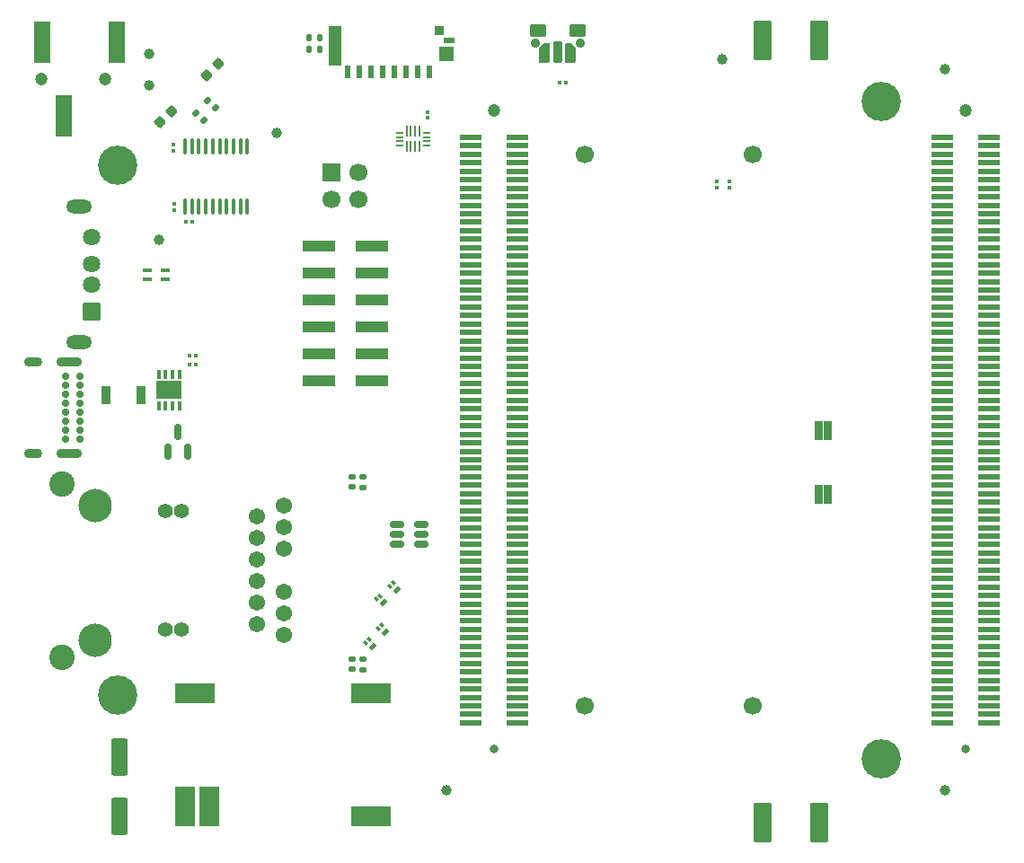
<source format=gbr>
%TF.GenerationSoftware,KiCad,Pcbnew,9.0.3*%
%TF.CreationDate,2025-08-25T11:29:22-05:00*%
%TF.ProjectId,controller,636f6e74-726f-46c6-9c65-722e6b696361,rev?*%
%TF.SameCoordinates,Original*%
%TF.FileFunction,Soldermask,Bot*%
%TF.FilePolarity,Negative*%
%FSLAX46Y46*%
G04 Gerber Fmt 4.6, Leading zero omitted, Abs format (unit mm)*
G04 Created by KiCad (PCBNEW 9.0.3) date 2025-08-25 11:29:22*
%MOMM*%
%LPD*%
G01*
G04 APERTURE LIST*
G04 Aperture macros list*
%AMRoundRect*
0 Rectangle with rounded corners*
0 $1 Rounding radius*
0 $2 $3 $4 $5 $6 $7 $8 $9 X,Y pos of 4 corners*
0 Add a 4 corners polygon primitive as box body*
4,1,4,$2,$3,$4,$5,$6,$7,$8,$9,$2,$3,0*
0 Add four circle primitives for the rounded corners*
1,1,$1+$1,$2,$3*
1,1,$1+$1,$4,$5*
1,1,$1+$1,$6,$7*
1,1,$1+$1,$8,$9*
0 Add four rect primitives between the rounded corners*
20,1,$1+$1,$2,$3,$4,$5,0*
20,1,$1+$1,$4,$5,$6,$7,0*
20,1,$1+$1,$6,$7,$8,$9,0*
20,1,$1+$1,$8,$9,$2,$3,0*%
%AMRotRect*
0 Rectangle, with rotation*
0 The origin of the aperture is its center*
0 $1 length*
0 $2 width*
0 $3 Rotation angle, in degrees counterclockwise*
0 Add horizontal line*
21,1,$1,$2,0,0,$3*%
%AMFreePoly0*
4,1,19,0.434954,0.932520,0.472008,0.881520,0.477000,0.850000,0.477000,-0.850000,0.457520,-0.909954,0.406520,-0.947008,0.375000,-0.952000,-0.375000,-0.952000,-0.434954,-0.932520,-0.472008,-0.881520,-0.477000,-0.850000,-0.477000,0.475000,-0.457520,0.534954,-0.447125,0.547125,-0.072125,0.922125,-0.015956,0.950744,0.000000,0.952000,0.375000,0.952000,0.434954,0.932520,0.434954,0.932520,
$1*%
%AMFreePoly1*
4,1,19,0.059954,0.932520,0.072125,0.922125,0.447125,0.547125,0.475744,0.490956,0.477000,0.475000,0.477000,-0.850000,0.457520,-0.909954,0.406520,-0.947008,0.375000,-0.952000,-0.375000,-0.952000,-0.434954,-0.932520,-0.472008,-0.881520,-0.477000,-0.850000,-0.477000,0.850000,-0.457520,0.909954,-0.406520,0.947008,-0.375000,0.952000,0.000000,0.952000,0.059954,0.932520,0.059954,0.932520,
$1*%
G04 Aperture macros list end*
%ADD10C,0.010000*%
%ADD11R,0.900000X0.400000*%
%ADD12C,3.700000*%
%ADD13RoundRect,0.102000X-0.750000X1.750000X-0.750000X-1.750000X0.750000X-1.750000X0.750000X1.750000X0*%
%ADD14RoundRect,0.102000X0.750000X-1.750000X0.750000X1.750000X-0.750000X1.750000X-0.750000X-1.750000X0*%
%ADD15C,1.700000*%
%ADD16R,0.600000X1.250000*%
%ADD17R,1.200000X3.790000*%
%ADD18R,1.450000X1.400000*%
%ADD19R,1.000000X0.600000*%
%ADD20R,0.950000X0.850000*%
%ADD21RoundRect,0.147500X-0.147500X-0.172500X0.147500X-0.172500X0.147500X0.172500X-0.147500X0.172500X0*%
%ADD22RoundRect,0.040000X-0.140000X-0.120000X0.140000X-0.120000X0.140000X0.120000X-0.140000X0.120000X0*%
%ADD23C,1.000000*%
%ADD24R,3.810000X1.830000*%
%ADD25R,1.830000X3.810000*%
%ADD26RoundRect,0.040000X-0.120000X0.140000X-0.120000X-0.140000X0.120000X-0.140000X0.120000X0.140000X0*%
%ADD27RoundRect,0.147500X-0.172500X0.147500X-0.172500X-0.147500X0.172500X-0.147500X0.172500X0.147500X0*%
%ADD28R,0.203200X1.066800*%
%ADD29R,0.762000X0.203200*%
%ADD30RoundRect,0.225000X-0.017678X0.335876X-0.335876X0.017678X0.017678X-0.335876X0.335876X-0.017678X0*%
%ADD31RoundRect,0.225000X0.017678X-0.335876X0.335876X-0.017678X-0.017678X0.335876X-0.335876X0.017678X0*%
%ADD32C,0.800000*%
%ADD33C,1.200000*%
%ADD34R,2.000000X0.500000*%
%ADD35RoundRect,0.135000X0.226274X0.035355X0.035355X0.226274X-0.226274X-0.035355X-0.035355X-0.226274X0*%
%ADD36RoundRect,0.150000X0.150000X-0.587500X0.150000X0.587500X-0.150000X0.587500X-0.150000X-0.587500X0*%
%ADD37C,0.900000*%
%ADD38FreePoly0,0.000000*%
%ADD39RoundRect,0.102000X-0.300000X-0.900000X0.300000X-0.900000X0.300000X0.900000X-0.300000X0.900000X0*%
%ADD40FreePoly1,0.000000*%
%ADD41RoundRect,0.102000X-0.650000X-0.450000X0.650000X-0.450000X0.650000X0.450000X-0.650000X0.450000X0*%
%ADD42R,1.500000X4.000000*%
%ADD43RoundRect,0.250000X0.550000X-1.500000X0.550000X1.500000X-0.550000X1.500000X-0.550000X-1.500000X0*%
%ADD44C,3.150000*%
%ADD45C,1.545000*%
%ADD46C,1.400000*%
%ADD47C,2.400000*%
%ADD48RoundRect,0.100000X-0.100000X0.637500X-0.100000X-0.637500X0.100000X-0.637500X0.100000X0.637500X0*%
%ADD49RoundRect,0.102000X0.714000X-0.714000X0.714000X0.714000X-0.714000X0.714000X-0.714000X-0.714000X0*%
%ADD50C,1.632000*%
%ADD51O,2.420000X1.312000*%
%ADD52R,0.320000X0.360000*%
%ADD53RotRect,0.250000X0.400000X45.000000*%
%ADD54RotRect,0.400000X0.700000X315.000000*%
%ADD55R,3.150000X1.000000*%
%ADD56R,1.700000X1.700000*%
%ADD57R,0.304800X0.812800*%
%ADD58R,2.489200X1.752600*%
%ADD59RoundRect,0.135000X-0.185000X0.135000X-0.185000X-0.135000X0.185000X-0.135000X0.185000X0.135000X0*%
%ADD60C,0.700000*%
%ADD61O,1.700000X0.900000*%
%ADD62O,2.400000X0.900000*%
%ADD63R,0.860000X1.820000*%
%ADD64RoundRect,0.150000X0.512500X0.150000X-0.512500X0.150000X-0.512500X-0.150000X0.512500X-0.150000X0*%
%ADD65RoundRect,0.135000X0.135000X0.185000X-0.135000X0.185000X-0.135000X-0.185000X0.135000X-0.185000X0*%
G04 APERTURE END LIST*
D10*
%TO.C,U9*%
X39050000Y20050000D02*
X38750000Y20050000D01*
X38750000Y20850000D01*
X39050000Y20850000D01*
X39050000Y20050000D01*
G36*
X39050000Y20050000D02*
G01*
X38750000Y20050000D01*
X38750000Y20850000D01*
X39050000Y20850000D01*
X39050000Y20050000D01*
G37*
X39050000Y19150000D02*
X38750000Y19150000D01*
X38750000Y19950000D01*
X39050000Y19950000D01*
X39050000Y19150000D01*
G36*
X39050000Y19150000D02*
G01*
X38750000Y19150000D01*
X38750000Y19950000D01*
X39050000Y19950000D01*
X39050000Y19150000D01*
G37*
X39450000Y20050000D02*
X39150000Y20050000D01*
X39150000Y20850000D01*
X39450000Y20850000D01*
X39450000Y20050000D01*
G36*
X39450000Y20050000D02*
G01*
X39150000Y20050000D01*
X39150000Y20850000D01*
X39450000Y20850000D01*
X39450000Y20050000D01*
G37*
X39450000Y19150000D02*
X39150000Y19150000D01*
X39150000Y19950000D01*
X39450000Y19950000D01*
X39450000Y19150000D01*
G36*
X39450000Y19150000D02*
G01*
X39150000Y19150000D01*
X39150000Y19950000D01*
X39450000Y19950000D01*
X39450000Y19150000D01*
G37*
X39850000Y20050000D02*
X39550000Y20050000D01*
X39550000Y20850000D01*
X39850000Y20850000D01*
X39850000Y20050000D01*
G36*
X39850000Y20050000D02*
G01*
X39550000Y20050000D01*
X39550000Y20850000D01*
X39850000Y20850000D01*
X39850000Y20050000D01*
G37*
X39850000Y19150000D02*
X39550000Y19150000D01*
X39550000Y19950000D01*
X39850000Y19950000D01*
X39850000Y19150000D01*
G36*
X39850000Y19150000D02*
G01*
X39550000Y19150000D01*
X39550000Y19950000D01*
X39850000Y19950000D01*
X39850000Y19150000D01*
G37*
X40250000Y20050000D02*
X39950000Y20050000D01*
X39950000Y20850000D01*
X40250000Y20850000D01*
X40250000Y20050000D01*
G36*
X40250000Y20050000D02*
G01*
X39950000Y20050000D01*
X39950000Y20850000D01*
X40250000Y20850000D01*
X40250000Y20050000D01*
G37*
X40250000Y19150000D02*
X39950000Y19150000D01*
X39950000Y19950000D01*
X40250000Y19950000D01*
X40250000Y19150000D01*
G36*
X40250000Y19150000D02*
G01*
X39950000Y19150000D01*
X39950000Y19950000D01*
X40250000Y19950000D01*
X40250000Y19150000D01*
G37*
%TO.C,U12*%
X39050000Y14050000D02*
X38750000Y14050000D01*
X38750000Y14850000D01*
X39050000Y14850000D01*
X39050000Y14050000D01*
G36*
X39050000Y14050000D02*
G01*
X38750000Y14050000D01*
X38750000Y14850000D01*
X39050000Y14850000D01*
X39050000Y14050000D01*
G37*
X39050000Y13150000D02*
X38750000Y13150000D01*
X38750000Y13950000D01*
X39050000Y13950000D01*
X39050000Y13150000D01*
G36*
X39050000Y13150000D02*
G01*
X38750000Y13150000D01*
X38750000Y13950000D01*
X39050000Y13950000D01*
X39050000Y13150000D01*
G37*
X39450000Y14050000D02*
X39150000Y14050000D01*
X39150000Y14850000D01*
X39450000Y14850000D01*
X39450000Y14050000D01*
G36*
X39450000Y14050000D02*
G01*
X39150000Y14050000D01*
X39150000Y14850000D01*
X39450000Y14850000D01*
X39450000Y14050000D01*
G37*
X39450000Y13150000D02*
X39150000Y13150000D01*
X39150000Y13950000D01*
X39450000Y13950000D01*
X39450000Y13150000D01*
G36*
X39450000Y13150000D02*
G01*
X39150000Y13150000D01*
X39150000Y13950000D01*
X39450000Y13950000D01*
X39450000Y13150000D01*
G37*
X39850000Y14050000D02*
X39550000Y14050000D01*
X39550000Y14850000D01*
X39850000Y14850000D01*
X39850000Y14050000D01*
G36*
X39850000Y14050000D02*
G01*
X39550000Y14050000D01*
X39550000Y14850000D01*
X39850000Y14850000D01*
X39850000Y14050000D01*
G37*
X39850000Y13150000D02*
X39550000Y13150000D01*
X39550000Y13950000D01*
X39850000Y13950000D01*
X39850000Y13150000D01*
G36*
X39850000Y13150000D02*
G01*
X39550000Y13150000D01*
X39550000Y13950000D01*
X39850000Y13950000D01*
X39850000Y13150000D01*
G37*
X40250000Y14050000D02*
X39950000Y14050000D01*
X39950000Y14850000D01*
X40250000Y14850000D01*
X40250000Y14050000D01*
G36*
X40250000Y14050000D02*
G01*
X39950000Y14050000D01*
X39950000Y14850000D01*
X40250000Y14850000D01*
X40250000Y14050000D01*
G37*
X40250000Y13150000D02*
X39950000Y13150000D01*
X39950000Y13950000D01*
X40250000Y13950000D01*
X40250000Y13150000D01*
G36*
X40250000Y13150000D02*
G01*
X39950000Y13150000D01*
X39950000Y13950000D01*
X40250000Y13950000D01*
X40250000Y13150000D01*
G37*
%TD*%
D11*
%TO.C,L1*%
X-22480000Y35050000D03*
X-24180000Y35050000D03*
X-24180000Y34250000D03*
X-22480000Y34250000D03*
%TD*%
D12*
%TO.C,H2*%
X-27000000Y-5000000D03*
%TD*%
%TO.C,H3*%
X45000000Y-11000000D03*
%TD*%
%TO.C,H4*%
X-27000000Y45000000D03*
%TD*%
%TO.C,H1*%
X45000000Y51000000D03*
%TD*%
D13*
%TO.C,J8*%
X39200000Y56777500D03*
X33800000Y56777500D03*
%TD*%
D14*
%TO.C,J6*%
X33800000Y-17027500D03*
X39200000Y-17027500D03*
%TD*%
D15*
%TO.C,JM2*%
X17075000Y-6000000D03*
X32925000Y-6000000D03*
%TD*%
%TO.C,JM1*%
X17075000Y46000000D03*
X32925000Y46000000D03*
%TD*%
D16*
%TO.C,J3*%
X2415001Y53755000D03*
X1315000Y53755000D03*
X215000Y53755000D03*
X-885000Y53755000D03*
X-1985000Y53755000D03*
X-3085000Y53755000D03*
X-4185000Y53755000D03*
X-5285001Y53755000D03*
D17*
X-6435000Y56235000D03*
D18*
X4040000Y55480000D03*
D19*
X4265000Y56730000D03*
D20*
X3340000Y57705000D03*
%TD*%
D21*
%TO.C,D2*%
X-8910000Y56950000D03*
X-7940000Y56950000D03*
%TD*%
D22*
%TO.C,C25*%
X-20510000Y39610000D03*
X-19950000Y39610000D03*
%TD*%
D23*
%TO.C,FID6*%
X-12000000Y48000000D03*
%TD*%
D24*
%TO.C,M3*%
X-3095000Y-16390000D03*
D25*
X-18285000Y-15450000D03*
X-20625000Y-15450000D03*
D24*
X-19685000Y-4810000D03*
X-3095000Y-4810000D03*
%TD*%
D26*
%TO.C,C26*%
X-21690000Y46890000D03*
X-21690000Y46330000D03*
%TD*%
D23*
%TO.C,TP1*%
X30000000Y55000000D03*
%TD*%
%TO.C,TP2*%
X-24000000Y52500000D03*
%TD*%
D27*
%TO.C,D9*%
X-4890000Y15595001D03*
X-4890000Y14625001D03*
%TD*%
D28*
%TO.C,U1*%
X1470188Y46706175D03*
X1070062Y46706175D03*
X669936Y46706175D03*
X269810Y46706175D03*
D29*
X-400001Y46830000D03*
X-400001Y47230050D03*
X-400001Y47630100D03*
X-400001Y48030150D03*
D28*
X269810Y48153975D03*
X669936Y48153975D03*
X1070062Y48153975D03*
X1470188Y48153975D03*
D29*
X2139999Y48030150D03*
X2139999Y47630100D03*
X2139999Y47230050D03*
X2139999Y46830000D03*
%TD*%
D30*
%TO.C,C40*%
X-21910000Y50090000D03*
X-23006016Y48993984D03*
%TD*%
D31*
%TO.C,C2*%
X-18558008Y53401992D03*
X-17461992Y54498008D03*
%TD*%
D32*
%TO.C,M2*%
X53000000Y-10100000D03*
D33*
X53000000Y50100000D03*
D34*
X55200000Y-7600000D03*
X50800000Y-7600000D03*
X55200000Y-6800000D03*
X50800000Y-6800000D03*
X55200000Y-6000000D03*
X50800000Y-6000000D03*
X55200000Y-5200000D03*
X50800000Y-5200000D03*
X55200000Y-4400000D03*
X50800000Y-4400000D03*
X55200000Y-3600000D03*
X50800000Y-3600000D03*
X55200000Y-2800000D03*
X50800000Y-2800000D03*
X55200000Y-2000000D03*
X50800000Y-2000000D03*
X55200000Y-1200000D03*
X50800000Y-1200000D03*
X55200000Y-400000D03*
X50800000Y-400000D03*
X55200000Y400000D03*
X50800000Y400000D03*
X55200000Y1200000D03*
X50800000Y1200000D03*
X55200000Y2000000D03*
X50800000Y2000000D03*
X55200000Y2800000D03*
X50800000Y2800000D03*
X55200000Y3600000D03*
X50800000Y3600000D03*
X55200000Y4400000D03*
X50800000Y4400000D03*
X55200000Y5200000D03*
X50800000Y5200000D03*
X55200000Y6000000D03*
X50800000Y6000000D03*
X55200000Y6800000D03*
X50800000Y6800000D03*
X55200000Y7600000D03*
X50800000Y7600000D03*
X55200000Y8400000D03*
X50800000Y8400000D03*
X55200000Y9200000D03*
X50800000Y9200000D03*
X55200000Y10000000D03*
X50800000Y10000000D03*
X55200000Y10800000D03*
X50800000Y10800000D03*
X55200000Y11600000D03*
X50800000Y11600000D03*
X55200000Y12400000D03*
X50800000Y12400000D03*
X55200000Y13200000D03*
X50800000Y13200000D03*
X55200000Y14000000D03*
X50800000Y14000000D03*
X55200000Y14800000D03*
X50800000Y14800000D03*
X55200000Y15600000D03*
X50800000Y15600000D03*
X55200000Y16400000D03*
X50800000Y16400000D03*
X55200000Y17200000D03*
X50800000Y17200000D03*
X55200000Y18000000D03*
X50800000Y18000000D03*
X55200000Y18800000D03*
X50800000Y18800000D03*
X55200000Y19600000D03*
X50800000Y19600000D03*
X55200000Y20400000D03*
X50800000Y20400000D03*
X55200000Y21200000D03*
X50800000Y21200000D03*
X55200000Y22000000D03*
X50800000Y22000000D03*
X55200000Y22800000D03*
X50800000Y22800000D03*
X55200000Y23600000D03*
X50800000Y23600000D03*
X55200000Y24400000D03*
X50800000Y24400000D03*
X55200000Y25200000D03*
X50800000Y25200000D03*
X55200000Y26000000D03*
X50800000Y26000000D03*
X55200000Y26800000D03*
X50800000Y26800000D03*
X55200000Y27600000D03*
X50800000Y27600000D03*
X55200000Y28400000D03*
X50800000Y28400000D03*
X55200000Y29200000D03*
X50800000Y29200000D03*
X55200000Y30000000D03*
X50800000Y30000000D03*
X55200000Y30800000D03*
X50800000Y30800000D03*
X55200000Y31600000D03*
X50800000Y31600000D03*
X55200000Y32400000D03*
X50800000Y32400000D03*
X55200000Y33200000D03*
X50800000Y33200000D03*
X55200000Y34000000D03*
X50800000Y34000000D03*
X55200000Y34800000D03*
X50800000Y34800000D03*
X55200000Y35600000D03*
X50800000Y35600000D03*
X55200000Y36400000D03*
X50800000Y36400000D03*
X55200000Y37200000D03*
X50800000Y37200000D03*
X55200000Y38000000D03*
X50800000Y38000000D03*
X55200000Y38800000D03*
X50800000Y38800000D03*
X55200000Y39600000D03*
X50800000Y39600000D03*
X55200000Y40400000D03*
X50800000Y40400000D03*
X55200000Y41200000D03*
X50800000Y41200000D03*
X55200000Y42000000D03*
X50800000Y42000000D03*
X55200000Y42800000D03*
X50800000Y42800000D03*
X55200000Y43600000D03*
X50800000Y43600000D03*
X55200000Y44400000D03*
X50800000Y44400000D03*
X55200000Y45200000D03*
X50800000Y45200000D03*
X55200000Y46000000D03*
X50800000Y46000000D03*
X55200000Y46800000D03*
X50800000Y46800000D03*
X55200000Y47600000D03*
X50800000Y47600000D03*
%TD*%
D35*
%TO.C,R14*%
X-18866013Y49186013D03*
X-19587261Y49907261D03*
%TD*%
D36*
%TO.C,Q1*%
X-20340000Y17982500D03*
X-22240000Y17982500D03*
X-21290000Y19857501D03*
%TD*%
D37*
%TO.C,SW1*%
X12375000Y56500000D03*
X16625000Y56500000D03*
D38*
X13275000Y55550000D03*
D39*
X14500000Y55600000D03*
D40*
X15725000Y55550000D03*
D41*
X12650000Y57650000D03*
X16350000Y57650000D03*
%TD*%
D23*
%TO.C,FID7*%
X51000000Y54000000D03*
%TD*%
D33*
%TO.C,J5*%
X-28180000Y53100000D03*
X-34179999Y53100000D03*
D42*
X-32080000Y49600000D03*
X-34080000Y56600000D03*
X-27080000Y56600000D03*
%TD*%
D43*
%TO.C,C20*%
X-26750000Y-16410000D03*
X-26750000Y-10810000D03*
%TD*%
D44*
%TO.C,J4*%
X-29040000Y170000D03*
X-29040000Y12870000D03*
D45*
X-13800000Y11850000D03*
X-13800000Y9820000D03*
X-13800000Y7790000D03*
X-13800000Y5760000D03*
X-13800000Y3730000D03*
X-13800000Y1700000D03*
X-11260000Y12870000D03*
X-11260000Y10830000D03*
X-11260000Y8790000D03*
X-11260000Y4740000D03*
X-11260000Y2700000D03*
X-11260000Y660000D03*
D46*
X-20910000Y12355000D03*
X-20910000Y1175000D03*
X-22460000Y12355000D03*
X-22460000Y1175000D03*
D47*
X-32220000Y-1410000D03*
X-32220000Y14940000D03*
%TD*%
D22*
%TO.C,C38*%
X14700000Y52740000D03*
X15260000Y52740000D03*
%TD*%
D48*
%TO.C,U10*%
X-20600000Y46760000D03*
X-19950000Y46760000D03*
X-19300000Y46760000D03*
X-18650000Y46760000D03*
X-18000000Y46760000D03*
X-17350000Y46760000D03*
X-16700000Y46760000D03*
X-16050000Y46760000D03*
X-15400000Y46760000D03*
X-14750000Y46760000D03*
X-14750000Y41035000D03*
X-15400000Y41035000D03*
X-16050000Y41035000D03*
X-16700000Y41035000D03*
X-17350000Y41035000D03*
X-18000000Y41035000D03*
X-18650000Y41035000D03*
X-19300000Y41035000D03*
X-19950000Y41035000D03*
X-20600000Y41035000D03*
%TD*%
D49*
%TO.C,J1*%
X-29427500Y31170000D03*
D50*
X-29427500Y33670000D03*
X-29427500Y35670000D03*
X-29427500Y38170000D03*
D51*
X-30627500Y28270000D03*
X-30627500Y41070000D03*
%TD*%
D22*
%TO.C,C32*%
X-20190000Y26180000D03*
X-19630000Y26180000D03*
%TD*%
D26*
%TO.C,C24*%
X-21630000Y41310000D03*
X-21630000Y40750000D03*
%TD*%
D27*
%TO.C,D10*%
X-4890000Y-1590000D03*
X-4890000Y-2560000D03*
%TD*%
D52*
%TO.C,C19*%
X29470000Y43430000D03*
X29470000Y42870000D03*
%TD*%
D35*
%TO.C,R12*%
X-17736013Y50359254D03*
X-18457261Y51080502D03*
%TD*%
D52*
%TO.C,C18*%
X30720000Y43430000D03*
X30720000Y42870000D03*
%TD*%
D53*
%TO.C,D7*%
X-1324073Y5295875D03*
X-1005875Y5614073D03*
D54*
X-670000Y4960000D03*
%TD*%
D23*
%TO.C,FID4*%
X51000000Y-14000000D03*
%TD*%
D55*
%TO.C,J7*%
X-8025001Y24650000D03*
X-2974999Y24650000D03*
X-8025000Y27190000D03*
X-2975000Y27190000D03*
X-8025000Y29730000D03*
X-2975000Y29730000D03*
X-8025000Y32270000D03*
X-2975000Y32270000D03*
X-8025000Y34810000D03*
X-2975000Y34810000D03*
X-8025001Y37350000D03*
X-2974999Y37350000D03*
%TD*%
D32*
%TO.C,M1*%
X8500000Y-10100000D03*
D33*
X8500000Y50100000D03*
D34*
X10700000Y-7600000D03*
X6300000Y-7600000D03*
X10700000Y-6800000D03*
X6300000Y-6800000D03*
X10700000Y-6000000D03*
X6300000Y-6000000D03*
X10700000Y-5200000D03*
X6300000Y-5200000D03*
X10700000Y-4400000D03*
X6300000Y-4400000D03*
X10700000Y-3600000D03*
X6300000Y-3600000D03*
X10700000Y-2800000D03*
X6300000Y-2800000D03*
X10700000Y-2000000D03*
X6300000Y-2000000D03*
X10700000Y-1200000D03*
X6300000Y-1200000D03*
X10700000Y-400000D03*
X6300000Y-400000D03*
X10700000Y400000D03*
X6300000Y400000D03*
X10700000Y1200000D03*
X6300000Y1200000D03*
X10700000Y2000000D03*
X6300000Y2000000D03*
X10700000Y2800000D03*
X6300000Y2800000D03*
X10700000Y3600000D03*
X6300000Y3600000D03*
X10700000Y4400000D03*
X6300000Y4400000D03*
X10700000Y5200000D03*
X6300000Y5200000D03*
X10700000Y6000000D03*
X6300000Y6000000D03*
X10700000Y6800000D03*
X6300000Y6800000D03*
X10700000Y7600000D03*
X6300000Y7600000D03*
X10700000Y8400000D03*
X6300000Y8400000D03*
X10700000Y9200000D03*
X6300000Y9200000D03*
X10700000Y10000000D03*
X6300000Y10000000D03*
X10700000Y10800000D03*
X6300000Y10800000D03*
X10700000Y11600000D03*
X6300000Y11600000D03*
X10700000Y12400000D03*
X6300000Y12400000D03*
X10700000Y13200000D03*
X6300000Y13200000D03*
X10700000Y14000000D03*
X6300000Y14000000D03*
X10700000Y14800000D03*
X6300000Y14800000D03*
X10700000Y15600000D03*
X6300000Y15600000D03*
X10700000Y16400000D03*
X6300000Y16400000D03*
X10700000Y17200000D03*
X6300000Y17200000D03*
X10700000Y18000000D03*
X6300000Y18000000D03*
X10700000Y18800000D03*
X6300000Y18800000D03*
X10700000Y19600000D03*
X6300000Y19600000D03*
X10700000Y20400000D03*
X6300000Y20400000D03*
X10700000Y21200000D03*
X6300000Y21200000D03*
X10700000Y22000000D03*
X6300000Y22000000D03*
X10700000Y22800000D03*
X6300000Y22800000D03*
X10700000Y23600000D03*
X6300000Y23600000D03*
X10700000Y24400000D03*
X6300000Y24400000D03*
X10700000Y25200000D03*
X6300000Y25200000D03*
X10700000Y26000000D03*
X6300000Y26000000D03*
X10700000Y26800000D03*
X6300000Y26800000D03*
X10700000Y27600000D03*
X6300000Y27600000D03*
X10700000Y28400000D03*
X6300000Y28400000D03*
X10700000Y29200000D03*
X6300000Y29200000D03*
X10700000Y30000000D03*
X6300000Y30000000D03*
X10700000Y30800000D03*
X6300000Y30800000D03*
X10700000Y31600000D03*
X6300000Y31600000D03*
X10700000Y32400000D03*
X6300000Y32400000D03*
X10700000Y33200000D03*
X6300000Y33200000D03*
X10700000Y34000000D03*
X6300000Y34000000D03*
X10700000Y34800000D03*
X6300000Y34800000D03*
X10700000Y35600000D03*
X6300000Y35600000D03*
X10700000Y36400000D03*
X6300000Y36400000D03*
X10700000Y37200000D03*
X6300000Y37200000D03*
X10700000Y38000000D03*
X6300000Y38000000D03*
X10700000Y38800000D03*
X6300000Y38800000D03*
X10700000Y39600000D03*
X6300000Y39600000D03*
X10700000Y40400000D03*
X6300000Y40400000D03*
X10700000Y41200000D03*
X6300000Y41200000D03*
X10700000Y42000000D03*
X6300000Y42000000D03*
X10700000Y42800000D03*
X6300000Y42800000D03*
X10700000Y43600000D03*
X6300000Y43600000D03*
X10700000Y44400000D03*
X6300000Y44400000D03*
X10700000Y45200000D03*
X6300000Y45200000D03*
X10700000Y46000000D03*
X6300000Y46000000D03*
X10700000Y46800000D03*
X6300000Y46800000D03*
X10700000Y47600000D03*
X6300000Y47600000D03*
%TD*%
D56*
%TO.C,J9*%
X-6775000Y44275000D03*
D15*
X-6775000Y41735000D03*
X-4235000Y44275000D03*
X-4235000Y41735000D03*
%TD*%
D57*
%TO.C,U8*%
X-23089958Y25210000D03*
X-22439972Y25210000D03*
X-21789986Y25210000D03*
X-21140000Y25210000D03*
X-21140000Y22314400D03*
X-21789986Y22314400D03*
X-22439972Y22314400D03*
X-23089958Y22314400D03*
D58*
X-22114979Y23762200D03*
%TD*%
D53*
%TO.C,D6*%
X-2390000Y1260000D03*
X-2071802Y1578198D03*
D54*
X-1735927Y924125D03*
%TD*%
D23*
%TO.C,TP3*%
X-24000000Y55500000D03*
%TD*%
D53*
%TO.C,D8*%
X-2588198Y4051802D03*
X-2270000Y4370000D03*
D54*
X-1934125Y3715927D03*
%TD*%
D52*
%TO.C,C4*%
X2270000Y49440000D03*
X2270000Y50000000D03*
%TD*%
D59*
%TO.C,R5*%
X-3870000Y-1565001D03*
X-3870000Y-2584999D03*
%TD*%
D60*
%TO.C,J2*%
X-30542500Y19102499D03*
X-30542500Y19952499D03*
X-30542500Y20802500D03*
X-30542500Y21652499D03*
X-30542500Y22502499D03*
X-30542500Y23352499D03*
X-30542500Y24202500D03*
X-30542500Y25052499D03*
X-31892500Y25052499D03*
X-31892500Y24202499D03*
X-31892500Y23352499D03*
X-31892500Y22502499D03*
X-31892500Y21652499D03*
X-31892500Y20802499D03*
X-31892500Y19952499D03*
X-31892500Y19102499D03*
D61*
X-34902500Y17752499D03*
D62*
X-31522500Y17752499D03*
D61*
X-34902500Y26402499D03*
D62*
X-31522500Y26402499D03*
%TD*%
D22*
%TO.C,C35*%
X-20182500Y27002499D03*
X-19622500Y27002499D03*
%TD*%
D63*
%TO.C,F1*%
X-28077500Y23252499D03*
X-24727500Y23252499D03*
%TD*%
D64*
%TO.C,U6*%
X1660000Y11119999D03*
X1660000Y10170000D03*
X1660000Y9220001D03*
X-615000Y9220001D03*
X-615000Y10170000D03*
X-615000Y11119999D03*
%TD*%
D23*
%TO.C,FID3*%
X4000000Y-14000000D03*
%TD*%
D59*
%TO.C,R3*%
X-3870000Y15620000D03*
X-3870000Y14600002D03*
%TD*%
D53*
%TO.C,D5*%
X-3596586Y-51612D03*
X-3278388Y266586D03*
D54*
X-2942513Y-387487D03*
%TD*%
D65*
%TO.C,R16*%
X-7890001Y55910000D03*
X-8909999Y55910000D03*
%TD*%
D23*
%TO.C,FID10*%
X-23030000Y37970000D03*
%TD*%
M02*

</source>
